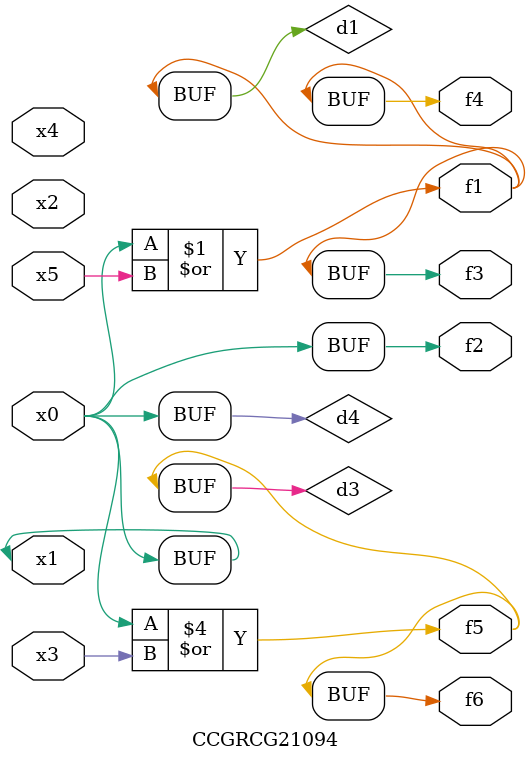
<source format=v>
module CCGRCG21094(
	input x0, x1, x2, x3, x4, x5,
	output f1, f2, f3, f4, f5, f6
);

	wire d1, d2, d3, d4;

	or (d1, x0, x5);
	xnor (d2, x1, x4);
	or (d3, x0, x3);
	buf (d4, x0, x1);
	assign f1 = d1;
	assign f2 = d4;
	assign f3 = d1;
	assign f4 = d1;
	assign f5 = d3;
	assign f6 = d3;
endmodule

</source>
